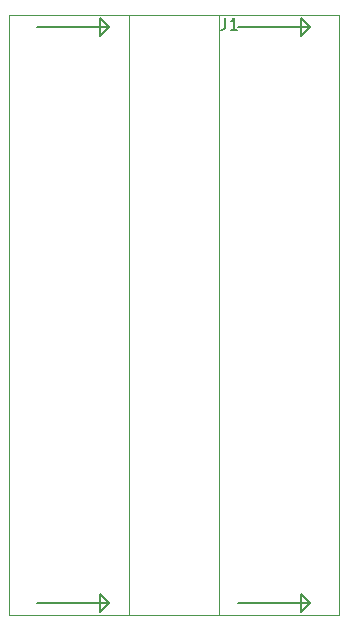
<source format=gto>
%TF.GenerationSoftware,KiCad,Pcbnew,(6.0.4)*%
%TF.CreationDate,2022-04-05T19:22:05-04:00*%
%TF.ProjectId,paladin_adaptor_2022,70616c61-6469-46e5-9f61-646170746f72,rev?*%
%TF.SameCoordinates,Original*%
%TF.FileFunction,Legend,Top*%
%TF.FilePolarity,Positive*%
%FSLAX46Y46*%
G04 Gerber Fmt 4.6, Leading zero omitted, Abs format (unit mm)*
G04 Created by KiCad (PCBNEW (6.0.4)) date 2022-04-05 19:22:05*
%MOMM*%
%LPD*%
G01*
G04 APERTURE LIST*
%ADD10C,0.150000*%
%TA.AperFunction,Profile*%
%ADD11C,0.100000*%
%TD*%
%ADD12C,0.120000*%
G04 APERTURE END LIST*
D10*
X122047000Y-100584000D02*
X121285000Y-99822000D01*
X115951000Y-100584000D02*
X122047000Y-100584000D01*
X121285000Y-101346000D02*
X122047000Y-100584000D01*
X121285000Y-99822000D02*
X121285000Y-101346000D01*
X105029000Y-100584000D02*
X104267000Y-99822000D01*
X98933000Y-100584000D02*
X105029000Y-100584000D01*
X104267000Y-101346000D02*
X105029000Y-100584000D01*
X104267000Y-99822000D02*
X104267000Y-101346000D01*
X105029000Y-51816000D02*
X104267000Y-51054000D01*
X98933000Y-51816000D02*
X105029000Y-51816000D01*
X104267000Y-52578000D02*
X105029000Y-51816000D01*
X104267000Y-51054000D02*
X104267000Y-52578000D01*
X121285000Y-52578000D02*
X122047000Y-51816000D01*
X121285000Y-51054000D02*
X121285000Y-52578000D01*
X122047000Y-51816000D02*
X121285000Y-51054000D01*
X115951000Y-51816000D02*
X122047000Y-51816000D01*
D11*
X96520000Y-101600000D02*
X96520000Y-50800000D01*
X124460000Y-101600000D02*
X96520000Y-101600000D01*
X124460000Y-50800000D02*
X124460000Y-101600000D01*
X96520000Y-50800000D02*
X124460000Y-50800000D01*
D10*
%TO.C,J1*%
X114855666Y-51014380D02*
X114855666Y-51728666D01*
X114808047Y-51871523D01*
X114712809Y-51966761D01*
X114569952Y-52014380D01*
X114474714Y-52014380D01*
X115855666Y-52014380D02*
X115284238Y-52014380D01*
X115569952Y-52014380D02*
X115569952Y-51014380D01*
X115474714Y-51157238D01*
X115379476Y-51252476D01*
X115284238Y-51300095D01*
D12*
X114300000Y-50800000D02*
X114300000Y-101600000D01*
X114300000Y-101600000D02*
X106680000Y-101600000D01*
X106680000Y-50800000D02*
X114300000Y-50800000D01*
X106680000Y-101600000D02*
X106680000Y-50800000D01*
%TD*%
M02*

</source>
